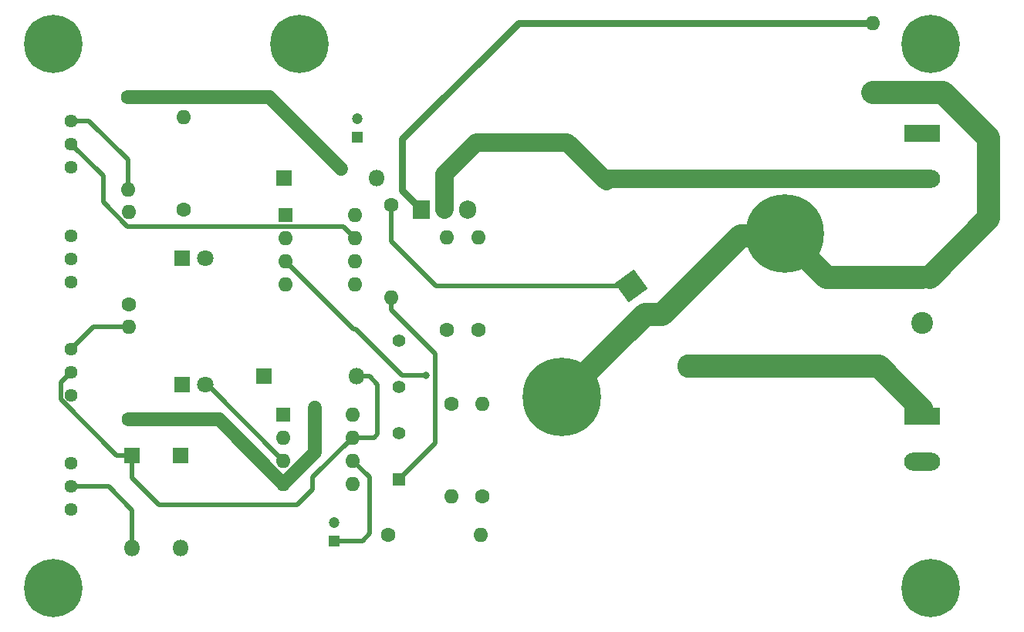
<source format=gbr>
%TF.GenerationSoftware,KiCad,Pcbnew,6.0.11-2627ca5db0~126~ubuntu22.04.1*%
%TF.CreationDate,2023-02-28T16:13:49+01:00*%
%TF.ProjectId,AstaGroeting-A_Spark_of_Passion,41737461-4772-46f6-9574-696e672d415f,rev?*%
%TF.SameCoordinates,Original*%
%TF.FileFunction,Copper,L2,Bot*%
%TF.FilePolarity,Positive*%
%FSLAX46Y46*%
G04 Gerber Fmt 4.6, Leading zero omitted, Abs format (unit mm)*
G04 Created by KiCad (PCBNEW 6.0.11-2627ca5db0~126~ubuntu22.04.1) date 2023-02-28 16:13:49*
%MOMM*%
%LPD*%
G01*
G04 APERTURE LIST*
G04 Aperture macros list*
%AMRotRect*
0 Rectangle, with rotation*
0 The origin of the aperture is its center*
0 $1 length*
0 $2 width*
0 $3 Rotation angle, in degrees counterclockwise*
0 Add horizontal line*
21,1,$1,$2,0,0,$3*%
G04 Aperture macros list end*
%TA.AperFunction,ComponentPad*%
%ADD10C,1.600000*%
%TD*%
%TA.AperFunction,ComponentPad*%
%ADD11O,1.600000X1.600000*%
%TD*%
%TA.AperFunction,ComponentPad*%
%ADD12O,1.905000X2.000000*%
%TD*%
%TA.AperFunction,ComponentPad*%
%ADD13R,1.905000X2.000000*%
%TD*%
%TA.AperFunction,ComponentPad*%
%ADD14R,1.600000X1.600000*%
%TD*%
%TA.AperFunction,ComponentPad*%
%ADD15RotRect,2.600000X2.600000X36.000000*%
%TD*%
%TA.AperFunction,ComponentPad*%
%ADD16C,2.600000*%
%TD*%
%TA.AperFunction,ComponentPad*%
%ADD17C,6.350000*%
%TD*%
%TA.AperFunction,ComponentPad*%
%ADD18C,0.800000*%
%TD*%
%TA.AperFunction,ComponentPad*%
%ADD19C,6.400000*%
%TD*%
%TA.AperFunction,ComponentPad*%
%ADD20R,1.400000X1.400000*%
%TD*%
%TA.AperFunction,ComponentPad*%
%ADD21C,1.400000*%
%TD*%
%TA.AperFunction,ComponentPad*%
%ADD22R,2.400000X2.400000*%
%TD*%
%TA.AperFunction,ComponentPad*%
%ADD23C,2.400000*%
%TD*%
%TA.AperFunction,ComponentPad*%
%ADD24R,1.800000X1.800000*%
%TD*%
%TA.AperFunction,ComponentPad*%
%ADD25C,1.800000*%
%TD*%
%TA.AperFunction,ComponentPad*%
%ADD26O,1.800000X1.800000*%
%TD*%
%TA.AperFunction,ComponentPad*%
%ADD27C,8.600000*%
%TD*%
%TA.AperFunction,ComponentPad*%
%ADD28C,0.900000*%
%TD*%
%TA.AperFunction,ComponentPad*%
%ADD29R,3.960000X1.980000*%
%TD*%
%TA.AperFunction,ComponentPad*%
%ADD30O,3.960000X1.980000*%
%TD*%
%TA.AperFunction,ComponentPad*%
%ADD31R,1.200000X1.200000*%
%TD*%
%TA.AperFunction,ComponentPad*%
%ADD32C,1.200000*%
%TD*%
%TA.AperFunction,ComponentPad*%
%ADD33C,1.440000*%
%TD*%
%TA.AperFunction,ViaPad*%
%ADD34C,0.800000*%
%TD*%
%TA.AperFunction,Conductor*%
%ADD35C,0.500000*%
%TD*%
%TA.AperFunction,Conductor*%
%ADD36C,1.500000*%
%TD*%
%TA.AperFunction,Conductor*%
%ADD37C,2.500000*%
%TD*%
%TA.AperFunction,Conductor*%
%ADD38C,0.250000*%
%TD*%
%TA.AperFunction,Conductor*%
%ADD39C,0.750000*%
%TD*%
%TA.AperFunction,Conductor*%
%ADD40C,2.000000*%
%TD*%
%TA.AperFunction,Conductor*%
%ADD41C,0.200000*%
%TD*%
G04 APERTURE END LIST*
D10*
%TO.P,R10,1*%
%TO.N,GND*%
X145387500Y-118482500D03*
D11*
%TO.P,R10,2*%
%TO.N,Net-(K1-Pad5)*%
X155547500Y-118482500D03*
%TD*%
D10*
%TO.P,R9,1*%
%TO.N,Net-(K1-Pad5)*%
X152317500Y-104052500D03*
D11*
%TO.P,R9,2*%
%TO.N,Net-(R8-Pad1)*%
X152317500Y-114212500D03*
%TD*%
D10*
%TO.P,R8,1*%
%TO.N,Net-(R8-Pad1)*%
X155717500Y-114212500D03*
D11*
%TO.P,R8,2*%
%TO.N,Net-(D6-Pad2)*%
X155717500Y-104052500D03*
%TD*%
D10*
%TO.P,R7,1*%
%TO.N,Net-(D7-Pad2)*%
X151850000Y-95910000D03*
D11*
%TO.P,R7,2*%
%TO.N,GND*%
X151850000Y-85750000D03*
%TD*%
D10*
%TO.P,R6,1*%
%TO.N,GND*%
X155350000Y-95910000D03*
D11*
%TO.P,R6,2*%
%TO.N,/PowerIn-*%
X155350000Y-85750000D03*
%TD*%
D12*
%TO.P,Q2,3,S*%
%TO.N,+12V*%
X154090000Y-82710000D03*
%TO.P,Q2,2,D*%
%TO.N,/PowerIn+*%
X151550000Y-82710000D03*
D13*
%TO.P,Q2,1,G*%
%TO.N,Net-(D7-Pad2)*%
X149010000Y-82710000D03*
%TD*%
D14*
%TO.P,D7,1,K*%
%TO.N,+12V*%
X198550000Y-69840000D03*
D11*
%TO.P,D7,2,A*%
%TO.N,Net-(D7-Pad2)*%
X198550000Y-62220000D03*
%TD*%
D14*
%TO.P,U1,1,GND*%
%TO.N,GND*%
X134150000Y-83330000D03*
D11*
%TO.P,U1,2,TR*%
%TO.N,Net-(C2-Pad1)*%
X134150000Y-85870000D03*
%TO.P,U1,3,Q*%
%TO.N,Net-(D6-Pad2)*%
X134150000Y-88410000D03*
%TO.P,U1,4,R*%
%TO.N,Net-(D1-Pad1)*%
X134150000Y-90950000D03*
%TO.P,U1,5,CV*%
%TO.N,unconnected-(U1-Pad5)*%
X141770000Y-90950000D03*
%TO.P,U1,6,THR*%
%TO.N,Net-(C2-Pad1)*%
X141770000Y-88410000D03*
%TO.P,U1,7,DIS*%
%TO.N,Net-(D3-Pad1)*%
X141770000Y-85870000D03*
%TO.P,U1,8,VCC*%
%TO.N,+12V*%
X141770000Y-83330000D03*
%TD*%
D15*
%TO.P,Q1,1,B*%
%TO.N,Net-(Q1-Pad1)*%
X172050001Y-91130001D03*
D16*
%TO.P,Q1,2,E*%
%TO.N,Net-(Q1-Pad2)*%
X178468616Y-99964467D03*
D17*
%TO.P,Q1,3,C*%
%TO.N,+12V*%
X164493505Y-103356687D03*
X188925818Y-85605573D03*
%TD*%
D18*
%TO.P,H11,1*%
%TO.N,N/C*%
X202500000Y-64530000D03*
X207300000Y-64530000D03*
D19*
X204900000Y-64530000D03*
D18*
X206597056Y-66227056D03*
X203202944Y-62832944D03*
X204900000Y-66930000D03*
X203202944Y-66227056D03*
X206597056Y-62832944D03*
X204900000Y-62130000D03*
%TD*%
D20*
%TO.P,K1,1*%
%TO.N,Net-(K1-Pad1)*%
X146582500Y-112362500D03*
D21*
%TO.P,K1,3*%
%TO.N,GND*%
X146582500Y-107282500D03*
%TO.P,K1,5*%
%TO.N,Net-(K1-Pad5)*%
X146582500Y-102202500D03*
%TO.P,K1,7*%
%TO.N,+12V*%
X146582500Y-97122500D03*
%TD*%
D18*
%TO.P,H6,1*%
%TO.N,N/C*%
X134002944Y-66227056D03*
X135700000Y-62130000D03*
X133300000Y-64530000D03*
X134002944Y-62832944D03*
X137397056Y-62832944D03*
D19*
X135700000Y-64530000D03*
D18*
X137397056Y-66227056D03*
X138100000Y-64530000D03*
X135700000Y-66930000D03*
%TD*%
D22*
%TO.P,C1,1*%
%TO.N,+12V*%
X204000000Y-90164785D03*
D23*
%TO.P,C1,2*%
%TO.N,GND*%
X204000000Y-95164785D03*
%TD*%
D24*
%TO.P,D1,1,K*%
%TO.N,Net-(D1-Pad1)*%
X122815000Y-101980000D03*
D25*
%TO.P,D1,2,A*%
%TO.N,Net-(D1-Pad2)*%
X125355000Y-101980000D03*
%TD*%
D24*
%TO.P,D5,1,K*%
%TO.N,Net-(C2-Pad1)*%
X133970000Y-79280000D03*
D26*
%TO.P,D5,2,A*%
%TO.N,Net-(D3-Pad1)*%
X144130000Y-79280000D03*
%TD*%
D24*
%TO.P,D3,1,K*%
%TO.N,Net-(D3-Pad1)*%
X122600000Y-109750000D03*
D26*
%TO.P,D3,2,A*%
%TO.N,Net-(D3-Pad2)*%
X122600000Y-119910000D03*
%TD*%
D27*
%TO.P,H7,1,1*%
%TO.N,+12V*%
X188900000Y-85380000D03*
D28*
X186619581Y-83099581D03*
X191180419Y-87660419D03*
X188900000Y-82155000D03*
X192125000Y-85380000D03*
X186619581Y-87660419D03*
X191180419Y-83099581D03*
X185675000Y-85380000D03*
X188900000Y-88605000D03*
%TD*%
D29*
%TO.P,J1,1,Pin_1*%
%TO.N,/PowerIn-*%
X204000000Y-74315000D03*
D30*
%TO.P,J1,2,Pin_2*%
%TO.N,/PowerIn+*%
X204000000Y-79315000D03*
%TD*%
D18*
%TO.P,H9,1*%
%TO.N,N/C*%
X206597056Y-125977056D03*
D19*
X204900000Y-124280000D03*
D18*
X202500000Y-124280000D03*
X206597056Y-122582944D03*
X207300000Y-124280000D03*
X203202944Y-122582944D03*
X204900000Y-126680000D03*
X204900000Y-121880000D03*
X203202944Y-125977056D03*
%TD*%
%TO.P,H3,1*%
%TO.N,N/C*%
X108700000Y-62130000D03*
X107002944Y-62832944D03*
X106300000Y-64530000D03*
X108700000Y-66930000D03*
X107002944Y-66227056D03*
X110397056Y-66227056D03*
D19*
X108700000Y-64530000D03*
D18*
X110397056Y-62832944D03*
X111100000Y-64530000D03*
%TD*%
D31*
%TO.P,C3,1*%
%TO.N,Net-(C3-Pad1)*%
X139500000Y-119102600D03*
D32*
%TO.P,C3,2*%
%TO.N,GND*%
X139500000Y-117102600D03*
%TD*%
D10*
%TO.P,R3,1*%
%TO.N,+12V*%
X117000000Y-105780000D03*
D11*
%TO.P,R3,2*%
%TO.N,Net-(R3-Pad2)*%
X117000000Y-95620000D03*
%TD*%
D10*
%TO.P,R1,1*%
%TO.N,Net-(D1-Pad1)*%
X116950000Y-93110000D03*
D11*
%TO.P,R1,2*%
%TO.N,GND*%
X116950000Y-82950000D03*
%TD*%
D24*
%TO.P,D4,1,K*%
%TO.N,Net-(C3-Pad1)*%
X131820000Y-101030000D03*
D26*
%TO.P,D4,2,A*%
%TO.N,Net-(D2-Pad1)*%
X141980000Y-101030000D03*
%TD*%
D29*
%TO.P,J2,1,Pin_1*%
%TO.N,Net-(Q1-Pad2)*%
X204000000Y-105415000D03*
D30*
%TO.P,J2,2,Pin_2*%
%TO.N,GND*%
X204000000Y-110415000D03*
%TD*%
D10*
%TO.P,R2,1*%
%TO.N,+12V*%
X116850000Y-70400000D03*
D11*
%TO.P,R2,2*%
%TO.N,Net-(R2-Pad2)*%
X116850000Y-80560000D03*
%TD*%
D24*
%TO.P,D2,1,K*%
%TO.N,Net-(D2-Pad1)*%
X117300000Y-109750000D03*
D26*
%TO.P,D2,2,A*%
%TO.N,Net-(D2-Pad2)*%
X117300000Y-119910000D03*
%TD*%
D24*
%TO.P,D6,1,K*%
%TO.N,Net-(D6-Pad1)*%
X122820000Y-88030000D03*
D25*
%TO.P,D6,2,A*%
%TO.N,Net-(D6-Pad2)*%
X125360000Y-88030000D03*
%TD*%
D10*
%TO.P,R4,1*%
%TO.N,GND*%
X122950000Y-82710000D03*
D11*
%TO.P,R4,2*%
%TO.N,Net-(D6-Pad1)*%
X122950000Y-72550000D03*
%TD*%
D31*
%TO.P,C2,1*%
%TO.N,Net-(C2-Pad1)*%
X142000000Y-74752600D03*
D32*
%TO.P,C2,2*%
%TO.N,GND*%
X142000000Y-72752600D03*
%TD*%
D18*
%TO.P,H10,1*%
%TO.N,N/C*%
X107002944Y-122582944D03*
X110397056Y-125977056D03*
X106300000Y-124280000D03*
X110397056Y-122582944D03*
X111100000Y-124280000D03*
X107002944Y-125977056D03*
X108700000Y-121880000D03*
D19*
X108700000Y-124280000D03*
D18*
X108700000Y-126680000D03*
%TD*%
D14*
%TO.P,U2,1,GND*%
%TO.N,GND*%
X133900000Y-105230000D03*
D11*
%TO.P,U2,2,TR*%
%TO.N,Net-(C3-Pad1)*%
X133900000Y-107770000D03*
%TO.P,U2,3,Q*%
%TO.N,Net-(D1-Pad2)*%
X133900000Y-110310000D03*
%TO.P,U2,4,R*%
%TO.N,+12V*%
X133900000Y-112850000D03*
%TO.P,U2,5,CV*%
%TO.N,unconnected-(U2-Pad5)*%
X141520000Y-112850000D03*
%TO.P,U2,6,THR*%
%TO.N,Net-(C3-Pad1)*%
X141520000Y-110310000D03*
%TO.P,U2,7,DIS*%
%TO.N,Net-(D2-Pad1)*%
X141520000Y-107770000D03*
%TO.P,U2,8,VCC*%
%TO.N,+12V*%
X141520000Y-105230000D03*
%TD*%
D10*
%TO.P,R5,1*%
%TO.N,Net-(Q1-Pad1)*%
X145750000Y-82250000D03*
D11*
%TO.P,R5,2*%
%TO.N,Net-(K1-Pad1)*%
X145750000Y-92410000D03*
%TD*%
D28*
%TO.P,H8,1,1*%
%TO.N,+12V*%
X166756100Y-105630501D03*
D27*
X164475681Y-103350082D03*
D28*
X162195262Y-105630501D03*
X164475681Y-106575082D03*
X162195262Y-101069663D03*
X166756100Y-101069663D03*
X161250681Y-103350082D03*
X164475681Y-100125082D03*
X167700681Y-103350082D03*
%TD*%
D33*
%TO.P,RV4,1,1*%
%TO.N,Net-(R3-Pad2)*%
X110650000Y-98030000D03*
%TO.P,RV4,2,2*%
%TO.N,Net-(D2-Pad1)*%
X110650000Y-100570000D03*
%TO.P,RV4,3,3*%
%TO.N,unconnected-(RV4-Pad3)*%
X110650000Y-103110000D03*
%TD*%
%TO.P,RV3,1,1*%
%TO.N,Net-(R2-Pad2)*%
X110650000Y-72980000D03*
%TO.P,RV3,2,2*%
%TO.N,Net-(D3-Pad1)*%
X110650000Y-75520000D03*
%TO.P,RV3,3,3*%
%TO.N,unconnected-(RV3-Pad3)*%
X110650000Y-78060000D03*
%TD*%
%TO.P,RV2,1,1*%
%TO.N,unconnected-(RV2-Pad1)*%
X110650000Y-110630000D03*
%TO.P,RV2,2,2*%
%TO.N,Net-(D2-Pad2)*%
X110650000Y-113170000D03*
%TO.P,RV2,3,3*%
%TO.N,Net-(C3-Pad1)*%
X110650000Y-115710000D03*
%TD*%
%TO.P,RV1,1,1*%
%TO.N,unconnected-(RV1-Pad1)*%
X110650000Y-85580000D03*
%TO.P,RV1,2,2*%
%TO.N,Net-(D3-Pad2)*%
X110650000Y-88120000D03*
%TO.P,RV1,3,3*%
%TO.N,Net-(C2-Pad1)*%
X110650000Y-90660000D03*
%TD*%
D34*
%TO.N,Net-(D6-Pad2)*%
X149517500Y-100932500D03*
%TO.N,+12V*%
X137350000Y-104530000D03*
X140225000Y-78255000D03*
%TD*%
D35*
%TO.N,Net-(D6-Pad2)*%
X146938846Y-100932500D02*
X149517500Y-100932500D01*
X141886346Y-95880000D02*
X146938846Y-100932500D01*
X141600000Y-95880000D02*
X141886346Y-95880000D01*
%TO.N,Net-(D2-Pad2)*%
X110650000Y-113170000D02*
X114740000Y-113170000D01*
X114740000Y-113170000D02*
X117300000Y-115730000D01*
X117300000Y-115730000D02*
X117300000Y-119910000D01*
%TO.N,Net-(D2-Pad1)*%
X110650000Y-100570000D02*
X109480000Y-101740000D01*
X109480000Y-101740000D02*
X109480000Y-103594630D01*
X109480000Y-103594630D02*
X115635370Y-109750000D01*
X115635370Y-109750000D02*
X117300000Y-109750000D01*
%TO.N,Net-(R3-Pad2)*%
X117000000Y-95620000D02*
X113060000Y-95620000D01*
X113060000Y-95620000D02*
X110650000Y-98030000D01*
D36*
%TO.N,+12V*%
X133900000Y-112850000D02*
X137350000Y-109400000D01*
X137350000Y-109400000D02*
X137350000Y-104530000D01*
D35*
%TO.N,Net-(D2-Pad1)*%
X141520000Y-107770000D02*
X137150000Y-112140000D01*
X137150000Y-112140000D02*
X137150000Y-113430000D01*
X137150000Y-113430000D02*
X135450000Y-115130000D01*
X135450000Y-115130000D02*
X120250000Y-115130000D01*
X120250000Y-115130000D02*
X117300000Y-112180000D01*
X117300000Y-112180000D02*
X117300000Y-109750000D01*
X141980000Y-101030000D02*
X143350000Y-101030000D01*
X143350000Y-101030000D02*
X144250000Y-101930000D01*
X144250000Y-101930000D02*
X144250000Y-107380000D01*
X144250000Y-107380000D02*
X143860000Y-107770000D01*
X143860000Y-107770000D02*
X141520000Y-107770000D01*
%TO.N,Net-(K1-Pad1)*%
X146582500Y-112362500D02*
X150550000Y-108395000D01*
X145750000Y-93730000D02*
X145750000Y-92410000D01*
X150550000Y-108395000D02*
X150550000Y-98530000D01*
X150550000Y-98530000D02*
X145750000Y-93730000D01*
%TO.N,Net-(C3-Pad1)*%
X141520000Y-110310000D02*
X143350000Y-112140000D01*
X143350000Y-112140000D02*
X143350000Y-118330000D01*
X142577400Y-119102600D02*
X139500000Y-119102600D01*
X143350000Y-118330000D02*
X142577400Y-119102600D01*
D36*
%TO.N,+12V*%
X133900000Y-112850000D02*
X126830000Y-105780000D01*
X126830000Y-105780000D02*
X117000000Y-105780000D01*
D35*
%TO.N,Net-(D1-Pad2)*%
X133900000Y-110310000D02*
X125570000Y-101980000D01*
X125570000Y-101980000D02*
X125355000Y-101980000D01*
%TO.N,Net-(D3-Pad1)*%
X110650000Y-75520000D02*
X114150050Y-79020050D01*
X114150050Y-79020050D02*
X114150050Y-81917817D01*
X114150050Y-81917817D02*
X116812233Y-84580000D01*
X116812233Y-84580000D02*
X140480000Y-84580000D01*
X140480000Y-84580000D02*
X141770000Y-85870000D01*
%TO.N,Net-(R2-Pad2)*%
X116850000Y-80560000D02*
X116850000Y-77230000D01*
X116850000Y-77230000D02*
X112600000Y-72980000D01*
X112600000Y-72980000D02*
X110650000Y-72980000D01*
D36*
%TO.N,+12V*%
X116850000Y-70400000D02*
X132370000Y-70400000D01*
X132370000Y-70400000D02*
X140225000Y-78255000D01*
D35*
%TO.N,Net-(D6-Pad2)*%
X141600000Y-95860000D02*
X134150000Y-88410000D01*
X141600000Y-95880000D02*
X141600000Y-95860000D01*
%TO.N,Net-(Q1-Pad1)*%
X145750000Y-82250000D02*
X145750000Y-86230000D01*
X145750000Y-86230000D02*
X150650001Y-91130001D01*
X150650001Y-91130001D02*
X172050001Y-91130001D01*
D37*
%TO.N,+12V*%
X184074427Y-85605573D02*
X175450000Y-94230000D01*
X188925818Y-85605573D02*
X184074427Y-85605573D01*
X175450000Y-94230000D02*
X173595763Y-94230000D01*
X173595763Y-94230000D02*
X164475681Y-103350082D01*
D38*
%TO.N,Net-(Q1-Pad2)*%
X204000000Y-105415000D02*
X204000000Y-104730000D01*
D37*
X204000000Y-104730000D02*
X199234467Y-99964467D01*
X199234467Y-99964467D02*
X178468616Y-99964467D01*
%TO.N,+12V*%
X204000000Y-90164785D02*
X193485030Y-90164785D01*
X193485030Y-90164785D02*
X188925818Y-85605573D01*
X198550000Y-69840000D02*
X206260000Y-69840000D01*
X206260000Y-69840000D02*
X211300000Y-74880000D01*
X211300000Y-74880000D02*
X211300000Y-83680000D01*
X211300000Y-83680000D02*
X204815215Y-90164785D01*
D36*
X204815215Y-90164785D02*
X204000000Y-90164785D01*
D39*
%TO.N,Net-(D7-Pad2)*%
X198550000Y-62220000D02*
X159710000Y-62220000D01*
X159710000Y-62220000D02*
X146950000Y-74980000D01*
X146950000Y-74980000D02*
X146950000Y-80650000D01*
X146950000Y-80650000D02*
X149010000Y-82710000D01*
D40*
%TO.N,/PowerIn+*%
X165050000Y-75330000D02*
X169350000Y-79630000D01*
X155100000Y-75330000D02*
X165050000Y-75330000D01*
X151550000Y-82710000D02*
X151550000Y-78880000D01*
X151550000Y-78880000D02*
X155100000Y-75330000D01*
D41*
X169350000Y-79630000D02*
X169665000Y-79315000D01*
D40*
X169665000Y-79315000D02*
X204000000Y-79315000D01*
D41*
X204000000Y-79315000D02*
X204000000Y-79330000D01*
%TD*%
M02*

</source>
